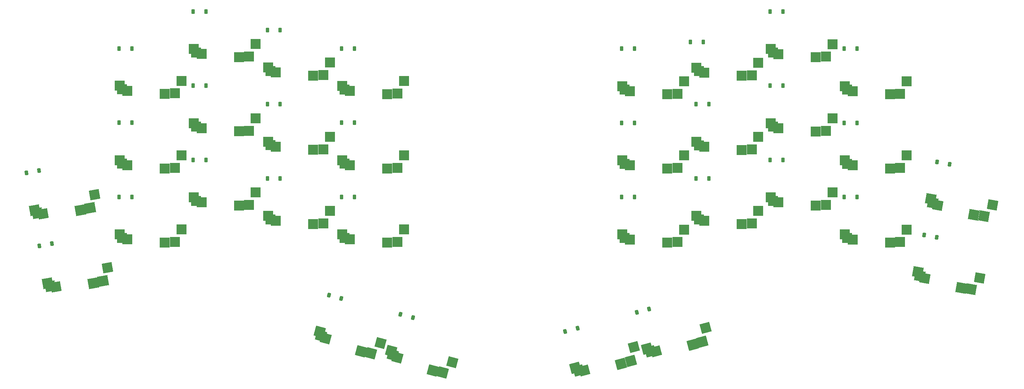
<source format=gbr>
%TF.GenerationSoftware,KiCad,Pcbnew,8.0.4*%
%TF.CreationDate,2024-11-04T03:11:28+01:00*%
%TF.ProjectId,Whiplaesh,57686970-6c61-4657-9368-2e6b69636164,0.1*%
%TF.SameCoordinates,Original*%
%TF.FileFunction,Paste,Bot*%
%TF.FilePolarity,Positive*%
%FSLAX46Y46*%
G04 Gerber Fmt 4.6, Leading zero omitted, Abs format (unit mm)*
G04 Created by KiCad (PCBNEW 8.0.4) date 2024-11-04 03:11:28*
%MOMM*%
%LPD*%
G01*
G04 APERTURE LIST*
G04 Aperture macros list*
%AMRoundRect*
0 Rectangle with rounded corners*
0 $1 Rounding radius*
0 $2 $3 $4 $5 $6 $7 $8 $9 X,Y pos of 4 corners*
0 Add a 4 corners polygon primitive as box body*
4,1,4,$2,$3,$4,$5,$6,$7,$8,$9,$2,$3,0*
0 Add four circle primitives for the rounded corners*
1,1,$1+$1,$2,$3*
1,1,$1+$1,$4,$5*
1,1,$1+$1,$6,$7*
1,1,$1+$1,$8,$9*
0 Add four rect primitives between the rounded corners*
20,1,$1+$1,$2,$3,$4,$5,0*
20,1,$1+$1,$4,$5,$6,$7,0*
20,1,$1+$1,$6,$7,$8,$9,0*
20,1,$1+$1,$8,$9,$2,$3,0*%
%AMRotRect*
0 Rectangle, with rotation*
0 The origin of the aperture is its center*
0 $1 length*
0 $2 width*
0 $3 Rotation angle, in degrees counterclockwise*
0 Add horizontal line*
21,1,$1,$2,0,0,$3*%
G04 Aperture macros list end*
%ADD10R,2.600000X2.600000*%
%ADD11R,2.550000X2.500000*%
%ADD12RotRect,2.600000X2.600000X345.000000*%
%ADD13RotRect,2.550000X2.500000X165.000000*%
%ADD14RotRect,2.600000X2.600000X350.000000*%
%ADD15RotRect,2.550000X2.500000X170.000000*%
%ADD16RotRect,2.600000X2.600000X15.000000*%
%ADD17RotRect,2.550000X2.500000X195.000000*%
%ADD18RotRect,2.600000X2.600000X10.000000*%
%ADD19RotRect,2.550000X2.500000X190.000000*%
%ADD20RoundRect,0.225000X-0.225000X-0.375000X0.225000X-0.375000X0.225000X0.375000X-0.225000X0.375000X0*%
%ADD21RoundRect,0.225000X-0.314390X-0.303988X0.120276X-0.420456X0.314390X0.303988X-0.120276X0.420456X0*%
%ADD22RoundRect,0.225000X-0.286700X-0.330232X0.156464X-0.408374X0.286700X0.330232X-0.156464X0.408374X0*%
%ADD23RoundRect,0.225000X-0.156464X-0.408374X0.286700X-0.330232X0.156464X0.408374X-0.286700X0.330232X0*%
%ADD24RoundRect,0.225000X-0.120276X-0.420456X0.314390X-0.303988X0.120276X0.420456X-0.314390X0.303988X0*%
G04 APERTURE END LIST*
D10*
%TO.C,SW1*%
X48997918Y-58264871D03*
X49597918Y-59164871D03*
D11*
X50982918Y-59544871D03*
D10*
X60547918Y-60364871D03*
X63147918Y-60214871D03*
D11*
X64832918Y-57004871D03*
%TD*%
D10*
%TO.C,SW14*%
X177691651Y-77370702D03*
X178291651Y-78270702D03*
D11*
X179676651Y-78650702D03*
D10*
X189241651Y-79470702D03*
X191841651Y-79320702D03*
D11*
X193526651Y-76110702D03*
%TD*%
D12*
%TO.C,SW30*%
X118540487Y-126197664D03*
X118887106Y-127222287D03*
D13*
X120126562Y-127947803D03*
D12*
X129153411Y-131215467D03*
X131703641Y-131743507D03*
D13*
X134162035Y-129078996D03*
%TD*%
D10*
%TO.C,SW8*%
X234691651Y-58370702D03*
X235291651Y-59270702D03*
D11*
X236676651Y-59650702D03*
D10*
X246241651Y-60470702D03*
X248841651Y-60320702D03*
D11*
X250526651Y-57110702D03*
%TD*%
D14*
%TO.C,SW28*%
X253420260Y-105989819D03*
X253854861Y-106980335D03*
D15*
X255152833Y-107595064D03*
D14*
X264430128Y-110063552D03*
X267016677Y-110367316D03*
D15*
X269233487Y-107498680D03*
%TD*%
D10*
%TO.C,SW10*%
X48974569Y-77346129D03*
X49574569Y-78246129D03*
D11*
X50959569Y-78626129D03*
D10*
X60524569Y-79446129D03*
X63124569Y-79296129D03*
D11*
X64809569Y-76086129D03*
%TD*%
D16*
%TO.C,SW32*%
X184042251Y-125588130D03*
X184854744Y-126302172D03*
D17*
X186290902Y-126310759D03*
D16*
X195742214Y-124627214D03*
X198214799Y-123809396D03*
D17*
X199011575Y-120272664D03*
%TD*%
D10*
%TO.C,SW17*%
X234691651Y-77370702D03*
X235291651Y-78270702D03*
D11*
X236676651Y-78650702D03*
D10*
X246241651Y-79470702D03*
X248841651Y-79320702D03*
D11*
X250526651Y-76110702D03*
%TD*%
D18*
%TO.C,SW9*%
X27198077Y-90127776D03*
X27945245Y-90909914D03*
D19*
X29375190Y-91043638D03*
D18*
X38937268Y-90190236D03*
X41471721Y-89591032D03*
D19*
X42573711Y-86137199D03*
%TD*%
D10*
%TO.C,SW5*%
X177691651Y-58370702D03*
X178291651Y-59270702D03*
D11*
X179676651Y-59650702D03*
D10*
X189241651Y-60470702D03*
X191841651Y-60320702D03*
D11*
X193526651Y-57110702D03*
%TD*%
D10*
%TO.C,SW4*%
X105974569Y-58346129D03*
X106574569Y-59246129D03*
D11*
X107959569Y-59626129D03*
D10*
X117524569Y-60446129D03*
X120124569Y-60296129D03*
D11*
X121809569Y-57086129D03*
%TD*%
D10*
%TO.C,SW24*%
X177691651Y-96370702D03*
X178291651Y-97270702D03*
D11*
X179676651Y-97650702D03*
D10*
X189241651Y-98470702D03*
X191841651Y-98320702D03*
D11*
X193526651Y-95110702D03*
%TD*%
D10*
%TO.C,SW16*%
X215691651Y-67870702D03*
X216291651Y-68770702D03*
D11*
X217676651Y-69150702D03*
D10*
X227241651Y-69970702D03*
X229841651Y-69820702D03*
D11*
X231526651Y-66610702D03*
%TD*%
D10*
%TO.C,SW25*%
X196691651Y-91620702D03*
X197291651Y-92520702D03*
D11*
X198676651Y-92900702D03*
D10*
X208241651Y-93720702D03*
X210841651Y-93570702D03*
D11*
X212526651Y-90360702D03*
%TD*%
D10*
%TO.C,SW2*%
X67974569Y-48846129D03*
X68574569Y-49746129D03*
D11*
X69959569Y-50126129D03*
D10*
X79524569Y-50946129D03*
X82124569Y-50796129D03*
D11*
X83809569Y-47586129D03*
%TD*%
D10*
%TO.C,SW7*%
X215691651Y-48870702D03*
X216291651Y-49770702D03*
D11*
X217676651Y-50150702D03*
D10*
X227241651Y-50970702D03*
X229841651Y-50820702D03*
D11*
X231526651Y-47610702D03*
%TD*%
D18*
%TO.C,SW19*%
X30497393Y-108839123D03*
X31244561Y-109621261D03*
D19*
X32674506Y-109754985D03*
D18*
X42236584Y-108901583D03*
X44771037Y-108302379D03*
D19*
X45873027Y-104848546D03*
%TD*%
D10*
%TO.C,SW3*%
X86974570Y-53596129D03*
X87574570Y-54496129D03*
D11*
X88959570Y-54876129D03*
D10*
X98524570Y-55696129D03*
X101124570Y-55546129D03*
D11*
X102809570Y-52336129D03*
%TD*%
D10*
%TO.C,SW21*%
X67974569Y-86846129D03*
X68574569Y-87746129D03*
D11*
X69959569Y-88126129D03*
D10*
X79524569Y-88946129D03*
X82124569Y-88796129D03*
D11*
X83809569Y-85586129D03*
%TD*%
D12*
%TO.C,SW29*%
X100187897Y-121280103D03*
X100534516Y-122304726D03*
D13*
X101773972Y-123030242D03*
D12*
X110800821Y-126297906D03*
X113351051Y-126825946D03*
D13*
X115809445Y-124161435D03*
%TD*%
D10*
%TO.C,SW26*%
X215691651Y-86870702D03*
X216291651Y-87770702D03*
D11*
X217676651Y-88150702D03*
D10*
X227241651Y-88970702D03*
X229841651Y-88820702D03*
D11*
X231526651Y-85610702D03*
%TD*%
D10*
%TO.C,SW23*%
X105974569Y-96346129D03*
X106574569Y-97246129D03*
D11*
X107959569Y-97626129D03*
D10*
X117524569Y-98446129D03*
X120124569Y-98296129D03*
D11*
X121809569Y-95086129D03*
%TD*%
D10*
%TO.C,SW20*%
X48974569Y-96346129D03*
X49574569Y-97246129D03*
D11*
X50959569Y-97626129D03*
D10*
X60524569Y-98446129D03*
X63124569Y-98296129D03*
D11*
X64809569Y-95086129D03*
%TD*%
D10*
%TO.C,SW27*%
X234691651Y-96370702D03*
X235291651Y-97270702D03*
D11*
X236676651Y-97650702D03*
D10*
X246241651Y-98470702D03*
X248841651Y-98320702D03*
D11*
X250526651Y-95110702D03*
%TD*%
D10*
%TO.C,SW13*%
X105974569Y-77346129D03*
X106574569Y-78246129D03*
D11*
X107959569Y-78626129D03*
D10*
X117524569Y-79446129D03*
X120124569Y-79296129D03*
D11*
X121809569Y-76086129D03*
%TD*%
D10*
%TO.C,SW22*%
X86974569Y-91596129D03*
X87574569Y-92496129D03*
D11*
X88959569Y-92876129D03*
D10*
X98524569Y-93696129D03*
X101124569Y-93546129D03*
D11*
X102809569Y-90336129D03*
%TD*%
D10*
%TO.C,SW11*%
X67974569Y-67846129D03*
X68574569Y-68746129D03*
D11*
X69959569Y-69126129D03*
D10*
X79524569Y-69946129D03*
X82124569Y-69796129D03*
D11*
X83809569Y-66586129D03*
%TD*%
D10*
%TO.C,SW12*%
X86974570Y-72596129D03*
X87574570Y-73496129D03*
D11*
X88959570Y-73876129D03*
D10*
X98524570Y-74696129D03*
X101124570Y-74546129D03*
D11*
X102809570Y-71336129D03*
%TD*%
D14*
%TO.C,SW18*%
X256719576Y-87278472D03*
X257154177Y-88268988D03*
D15*
X258452149Y-88883717D03*
D14*
X267729444Y-91352205D03*
X270315993Y-91655969D03*
D15*
X272532803Y-88787333D03*
%TD*%
D16*
%TO.C,SW31*%
X165689660Y-130505691D03*
X166502153Y-131219733D03*
D17*
X167938311Y-131228320D03*
D16*
X177389623Y-129544775D03*
X179862208Y-128726957D03*
D17*
X180658984Y-125190225D03*
%TD*%
D10*
%TO.C,SW6*%
X196691651Y-53620702D03*
X197291651Y-54520702D03*
D11*
X198676651Y-54900702D03*
D10*
X208241651Y-55720702D03*
X210841651Y-55570702D03*
D11*
X212526651Y-52360702D03*
%TD*%
D10*
%TO.C,SW15*%
X196691651Y-72620702D03*
X197291651Y-73520702D03*
D11*
X198676651Y-73900702D03*
D10*
X208241651Y-74720702D03*
X210841651Y-74570702D03*
D11*
X212526651Y-71360702D03*
%TD*%
D20*
%TO.C,D20*%
X48800000Y-86750000D03*
X52100000Y-86750000D03*
%TD*%
%TO.C,D15*%
X196540000Y-63010000D03*
X199840000Y-63010000D03*
%TD*%
%TO.C,D5*%
X177540000Y-48760000D03*
X180840000Y-48760000D03*
%TD*%
D21*
%TO.C,D30*%
X120912444Y-116845899D03*
X124100000Y-117699999D03*
%TD*%
D22*
%TO.C,D18*%
X258265067Y-77793481D03*
X261514933Y-78366519D03*
%TD*%
D23*
%TO.C,D19*%
X28400000Y-99300000D03*
X31649866Y-98726962D03*
%TD*%
D21*
%TO.C,D29*%
X102559853Y-111928337D03*
X105747409Y-112782437D03*
%TD*%
D20*
%TO.C,D12*%
X86800001Y-63000000D03*
X90100001Y-63000000D03*
%TD*%
%TO.C,D26*%
X215540000Y-77260000D03*
X218840000Y-77260000D03*
%TD*%
%TO.C,D21*%
X67800000Y-77250000D03*
X71100000Y-77250000D03*
%TD*%
%TO.C,D14*%
X177540000Y-67760000D03*
X180840000Y-67760000D03*
%TD*%
D23*
%TO.C,D9*%
X25100685Y-80588652D03*
X28350551Y-80015614D03*
%TD*%
D20*
%TO.C,D23*%
X105800000Y-86750000D03*
X109100000Y-86750000D03*
%TD*%
%TO.C,D27*%
X234540000Y-86760000D03*
X237840000Y-86760000D03*
%TD*%
%TO.C,D10*%
X48800000Y-67750000D03*
X52100000Y-67750000D03*
%TD*%
%TO.C,D25*%
X196540000Y-82010000D03*
X199840000Y-82010000D03*
%TD*%
%TO.C,D17*%
X234540000Y-67760000D03*
X237840000Y-67760000D03*
%TD*%
%TO.C,D7*%
X215540000Y-39260000D03*
X218840000Y-39260000D03*
%TD*%
D24*
%TO.C,D31*%
X163046222Y-121227050D03*
X166233778Y-120372950D03*
%TD*%
D20*
%TO.C,D4*%
X105800000Y-48750000D03*
X109100000Y-48750000D03*
%TD*%
%TO.C,D11*%
X67800000Y-58250000D03*
X71100000Y-58250000D03*
%TD*%
%TO.C,D1*%
X48800000Y-48750000D03*
X52100000Y-48750000D03*
%TD*%
%TO.C,D3*%
X86800001Y-44000000D03*
X90100001Y-44000000D03*
%TD*%
%TO.C,D22*%
X86800000Y-82000000D03*
X90100000Y-82000000D03*
%TD*%
%TO.C,D8*%
X234540000Y-48760000D03*
X237840000Y-48760000D03*
%TD*%
%TO.C,D2*%
X67800000Y-39250000D03*
X71100000Y-39250000D03*
%TD*%
D22*
%TO.C,D28*%
X254965752Y-96504829D03*
X258215618Y-97077867D03*
%TD*%
D24*
%TO.C,D32*%
X181398813Y-116309488D03*
X184586369Y-115455388D03*
%TD*%
D20*
%TO.C,D16*%
X215540000Y-58260000D03*
X218840000Y-58260000D03*
%TD*%
%TO.C,D13*%
X105800000Y-67750000D03*
X109100000Y-67750000D03*
%TD*%
%TO.C,D24*%
X177540000Y-86760000D03*
X180840000Y-86760000D03*
%TD*%
%TO.C,D6*%
X195132500Y-47050000D03*
X198432500Y-47050000D03*
%TD*%
M02*

</source>
